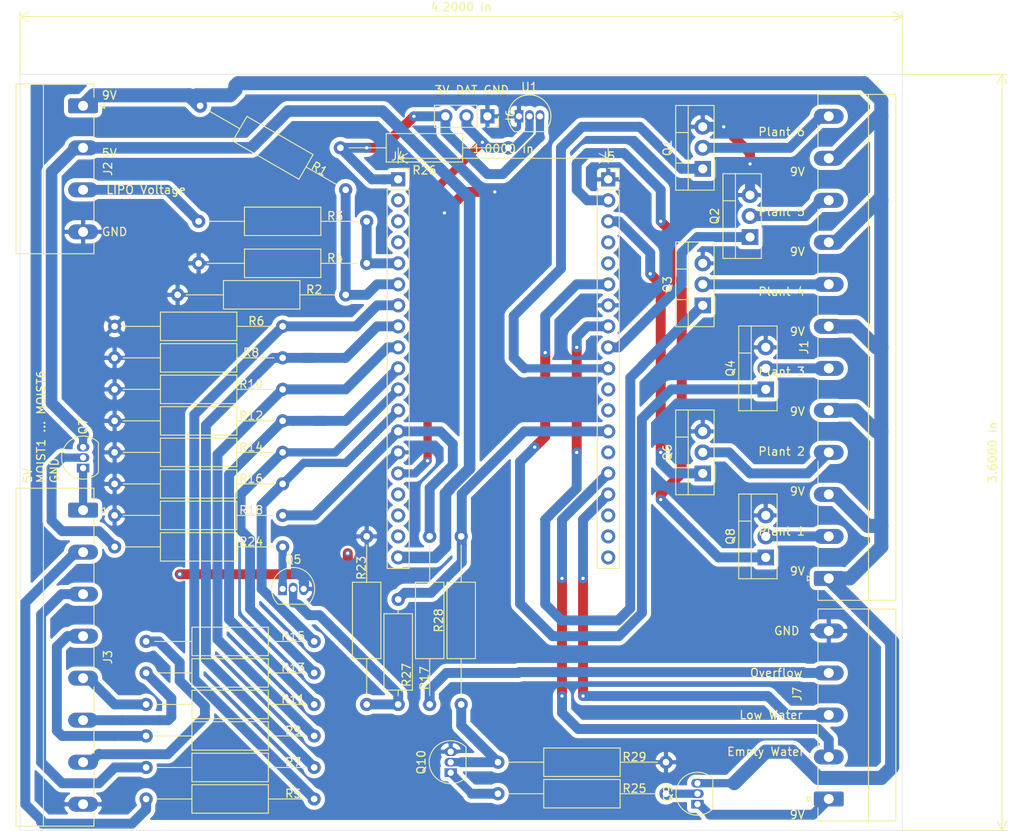
<source format=kicad_pcb>
(kicad_pcb (version 20171130) (host pcbnew 5.1.4+dfsg1-1)
  (layers (0 F.Cu signal) (31 B.Cu signal) (34 B.Paste user) (35 F.Paste user) (36 B.SilkS user) (37 F.SilkS user) (38 B.Mask user) (39 F.Mask user) (44 Edge.Cuts user))
  (net 0 "")
  (net 1 +9V)
  (net 2 PLANT1_PUMP)
  (net 3 PLANT2_PUMP)
  (net 4 PLANT3_PUMP)
  (net 5 PLANT4_PUMP)
  (net 6 PLANT5_PUMP)
  (net 7 PLANT6_PUMP)
  (net 8 +5V)
  (net 9 "Net-(J2-Pad3)")
  (net 10 GND)
  (net 11 OVERFLOW_WATER)
  (net 12 WATER_EMPTY)
  (net 13 WATER_LOW)
  (net 14 GPIO13)
  (net 15 PLANT6_MOIST)
  (net 16 PLANT5_MOIST)
  (net 17 PLANT4_MOIST)
  (net 18 PLANT3_MOIST)
  (net 19 PLANT2_MOIST)
  (net 20 PLANT1_MOIST)
  (net 21 5V_SENSORS)
  (net 22 "Net-(J4-Pad18)")
  (net 23 "Net-(J4-Pad17)")
  (net 24 "Net-(J4-Pad16)")
  (net 25 "Net-(J4-Pad13)")
  (net 26 "Net-(J4-Pad12)")
  (net 27 "Net-(J4-Pad11)")
  (net 28 "Net-(J4-Pad10)")
  (net 29 "Net-(J4-Pad9)")
  (net 30 "Net-(J4-Pad8)")
  (net 31 "Net-(J4-Pad7)")
  (net 32 "Net-(J4-Pad6)")
  (net 33 "Net-(J4-Pad5)")
  (net 34 "Net-(J4-Pad4)")
  (net 35 "Net-(J4-Pad3)")
  (net 36 "Net-(J4-Pad2)")
  (net 37 +3V3)
  (net 38 "Net-(J5-Pad2)")
  (net 39 "Net-(J5-Pad3)")
  (net 40 "Net-(J5-Pad4)")
  (net 41 "Net-(J5-Pad5)")
  (net 42 "Net-(J5-Pad6)")
  (net 43 "Net-(J5-Pad8)")
  (net 44 "Net-(J5-Pad9)")
  (net 45 "Net-(J5-Pad10)")
  (net 46 "Net-(J5-Pad11)")
  (net 47 "Net-(J5-Pad12)")
  (net 48 "Net-(J5-Pad13)")
  (net 49 "Net-(J5-Pad14)")
  (net 50 "Net-(J5-Pad17)")
  (net 51 "Net-(J5-Pad18)")
  (net 52 "Net-(J5-Pad19)")
  (net 53 "Net-(Q5-Pad1)")
  (net 54 9V_SENSORS)
  (net 55 "Net-(Q7-Pad2)")
  (net 56 "Net-(Q9-Pad2)")
  (net 57 "Net-(Q10-Pad1)")
  (net 58 "Net-(Q5-Pad2)")
  (net 59 "Net-(Q10-Pad2)")
  (module Resistor_THT:R_Axial_DIN0309_L9.0mm_D3.2mm_P20.32mm_Horizontal (layer F.Cu) (at 107.95 40.64 150)
    (fp_text reference R1 (at 4.019631 0.612205 150) (layer F.SilkS))
    (fp_text value 100k)
    (pad 2 thru_hole oval (at 20.32 0 150) (size 1.6 1.6) (drill 0.8) (layers *.Cu *.Mask) (net 1 +9V))
    (pad 1 thru_hole circle (at 0 0 150) (size 1.6 1.6) (drill 0.8) (layers *.Cu *.Mask) (net 32 "Net-(J4-Pad6)"))
  )
  (module Package_TO_SOT_THT:TO-220-3_Vertical (layer F.Cu) (at 151.13 38.1 90)
    (fp_text reference Q1 (at 2.54 -4.27 90) (layer F.SilkS))
    (fp_text value IRLZ34N)
    (pad 3 thru_hole oval (at 5.08 0 90) (size 1.905 2) (drill 1.1) (layers *.Cu *.Mask) (net 10 GND))
    (pad 2 thru_hole oval (at 2.54 0 90) (size 1.905 2) (drill 1.1) (layers *.Cu *.Mask) (net 7 PLANT6_PUMP))
    (pad 1 thru_hole rect (at 0 0 90) (size 1.905 2) (drill 1.1) (layers *.Cu *.Mask) (net 45 "Net-(J5-Pad10)"))
  )
  (module Package_TO_SOT_THT:TO-220-3_Vertical (layer F.Cu) (at 156.845 46.355 90)
    (fp_text reference Q2 (at 2.54 -4.27 90) (layer F.SilkS))
    (fp_text value IRLZ34N)
    (pad 1 thru_hole rect (at 0 0 90) (size 1.905 2) (drill 1.1) (layers *.Cu *.Mask) (net 44 "Net-(J5-Pad9)"))
    (pad 2 thru_hole oval (at 2.54 0 90) (size 1.905 2) (drill 1.1) (layers *.Cu *.Mask) (net 6 PLANT5_PUMP))
    (pad 3 thru_hole oval (at 5.08 0 90) (size 1.905 2) (drill 1.1) (layers *.Cu *.Mask) (net 10 GND))
  )
  (module Package_TO_SOT_THT:TO-220-3_Vertical (layer F.Cu) (at 151.13 54.61 90)
    (fp_text reference Q3 (at 2.54 -4.27 90) (layer F.SilkS))
    (fp_text value IRLZ34N)
    (pad 3 thru_hole oval (at 5.08 0 90) (size 1.905 2) (drill 1.1) (layers *.Cu *.Mask) (net 10 GND))
    (pad 2 thru_hole oval (at 2.54 0 90) (size 1.905 2) (drill 1.1) (layers *.Cu *.Mask) (net 5 PLANT4_PUMP))
    (pad 1 thru_hole rect (at 0 0 90) (size 1.905 2) (drill 1.1) (layers *.Cu *.Mask) (net 43 "Net-(J5-Pad8)"))
  )
  (module Package_TO_SOT_THT:TO-220-3_Vertical (layer F.Cu) (at 158.75 64.77 90)
    (fp_text reference Q4 (at 2.54 -4.27 90) (layer F.SilkS))
    (fp_text value IRLZ34N)
    (pad 1 thru_hole rect (at 0 0 90) (size 1.905 2) (drill 1.1) (layers *.Cu *.Mask) (net 42 "Net-(J5-Pad6)"))
    (pad 2 thru_hole oval (at 2.54 0 90) (size 1.905 2) (drill 1.1) (layers *.Cu *.Mask) (net 4 PLANT3_PUMP))
    (pad 3 thru_hole oval (at 5.08 0 90) (size 1.905 2) (drill 1.1) (layers *.Cu *.Mask) (net 10 GND))
  )
  (module Package_TO_SOT_THT:TO-92_Inline (layer F.Cu) (at 100.33 88.9)
    (fp_text reference Q5 (at 1.27 -3.56) (layer F.SilkS))
    (fp_text value BS170)
    (pad 2 thru_hole oval (at 1.27 0) (size 1.05 1.5) (drill 0.75) (layers *.Cu *.Mask) (net 58 "Net-(Q5-Pad2)"))
    (pad 3 thru_hole oval (at 2.54 0) (size 1.05 1.5) (drill 0.75) (layers *.Cu *.Mask) (net 10 GND))
    (pad 1 thru_hole rect (at 0 0) (size 1.05 1.5) (drill 0.75) (layers *.Cu *.Mask) (net 53 "Net-(Q5-Pad1)"))
  )
  (module Package_TO_SOT_THT:TO-220-3_Vertical (layer F.Cu) (at 151.13 74.93 90)
    (fp_text reference Q6 (at 2.54 -4.27 90) (layer F.SilkS))
    (fp_text value IRLZ34N)
    (pad 3 thru_hole oval (at 5.08 0 90) (size 1.905 2) (drill 1.1) (layers *.Cu *.Mask) (net 10 GND))
    (pad 2 thru_hole oval (at 2.54 0 90) (size 1.905 2) (drill 1.1) (layers *.Cu *.Mask) (net 3 PLANT2_PUMP))
    (pad 1 thru_hole rect (at 0 0 90) (size 1.905 2) (drill 1.1) (layers *.Cu *.Mask) (net 39 "Net-(J5-Pad3)"))
  )
  (module Package_TO_SOT_THT:TO-92_Inline (layer F.Cu) (at 76.2 74.295 90)
    (fp_text reference Q7 (at 5.08 0 90) (layer F.SilkS))
    (fp_text value BC558)
    (pad 2 thru_hole oval (at 1.27 0 90) (size 1.05 1.5) (drill 0.75) (layers *.Cu *.Mask) (net 55 "Net-(Q7-Pad2)"))
    (pad 3 thru_hole oval (at 2.54 0 90) (size 1.05 1.5) (drill 0.75) (layers *.Cu *.Mask) (net 8 +5V))
    (pad 1 thru_hole rect (at 0 0 90) (size 1.05 1.5) (drill 0.75) (layers *.Cu *.Mask) (net 21 5V_SENSORS))
  )
  (module Package_TO_SOT_THT:TO-220-3_Vertical (layer F.Cu) (at 158.75 85.09 90)
    (fp_text reference Q8 (at 2.54 -4.27 90) (layer F.SilkS))
    (fp_text value IRLZ34N)
    (pad 1 thru_hole rect (at 0 0 90) (size 1.905 2) (drill 1.1) (layers *.Cu *.Mask) (net 38 "Net-(J5-Pad2)"))
    (pad 2 thru_hole oval (at 2.54 0 90) (size 1.905 2) (drill 1.1) (layers *.Cu *.Mask) (net 2 PLANT1_PUMP))
    (pad 3 thru_hole oval (at 5.08 0 90) (size 1.905 2) (drill 1.1) (layers *.Cu *.Mask) (net 10 GND))
  )
  (module Resistor_THT:R_Axial_DIN0309_L9.0mm_D3.2mm_P20.32mm_Horizontal (layer F.Cu) (at 107.95 53.34 180)
    (fp_text reference R2 (at 3.81 0.635) (layer F.SilkS))
    (fp_text value 33k)
    (pad 1 thru_hole circle (at 0 0 180) (size 1.6 1.6) (drill 0.8) (layers *.Cu *.Mask) (net 32 "Net-(J4-Pad6)"))
    (pad 2 thru_hole oval (at 20.32 0 180) (size 1.6 1.6) (drill 0.8) (layers *.Cu *.Mask) (net 10 GND))
  )
  (module Resistor_THT:R_Axial_DIN0309_L9.0mm_D3.2mm_P20.32mm_Horizontal (layer F.Cu) (at 90.17 44.45)
    (fp_text reference R3 (at 16.51 -0.635) (layer F.SilkS))
    (fp_text value 33k)
    (pad 1 thru_hole circle (at 0 0) (size 1.6 1.6) (drill 0.8) (layers *.Cu *.Mask) (net 9 "Net-(J2-Pad3)"))
    (pad 2 thru_hole oval (at 20.32 0) (size 1.6 1.6) (drill 0.8) (layers *.Cu *.Mask) (net 33 "Net-(J4-Pad5)"))
  )
  (module Resistor_THT:R_Axial_DIN0309_L9.0mm_D3.2mm_P20.32mm_Horizontal (layer F.Cu) (at 110.49 49.53 180)
    (fp_text reference R4 (at 3.81 0.635) (layer F.SilkS))
    (fp_text value 47k8)
    (pad 2 thru_hole oval (at 20.32 0 180) (size 1.6 1.6) (drill 0.8) (layers *.Cu *.Mask) (net 10 GND))
    (pad 1 thru_hole circle (at 0 0 180) (size 1.6 1.6) (drill 0.8) (layers *.Cu *.Mask) (net 33 "Net-(J4-Pad5)"))
  )
  (module Resistor_THT:R_Axial_DIN0309_L9.0mm_D3.2mm_P20.32mm_Horizontal (layer F.Cu) (at 83.82 114.3)
    (fp_text reference R5 (at 17.78 -0.635) (layer F.SilkS))
    (fp_text value 33k)
    (pad 2 thru_hole oval (at 20.32 0) (size 1.6 1.6) (drill 0.8) (layers *.Cu *.Mask) (net 31 "Net-(J4-Pad7)"))
    (pad 1 thru_hole circle (at 0 0) (size 1.6 1.6) (drill 0.8) (layers *.Cu *.Mask) (net 20 PLANT1_MOIST))
  )
  (module Resistor_THT:R_Axial_DIN0309_L9.0mm_D3.2mm_P20.32mm_Horizontal (layer F.Cu) (at 80.01 57.15)
    (fp_text reference R6 (at 17.145 -0.635) (layer F.SilkS))
    (fp_text value 47k8)
    (pad 2 thru_hole oval (at 20.32 0) (size 1.6 1.6) (drill 0.8) (layers *.Cu *.Mask) (net 31 "Net-(J4-Pad7)"))
    (pad 1 thru_hole circle (at 0 0) (size 1.6 1.6) (drill 0.8) (layers *.Cu *.Mask) (net 10 GND))
  )
  (module Resistor_THT:R_Axial_DIN0309_L9.0mm_D3.2mm_P20.32mm_Horizontal (layer F.Cu) (at 83.82 110.49)
    (fp_text reference R7 (at 17.78 -0.635) (layer F.SilkS))
    (fp_text value 33k)
    (pad 1 thru_hole circle (at 0 0) (size 1.6 1.6) (drill 0.8) (layers *.Cu *.Mask) (net 19 PLANT2_MOIST))
    (pad 2 thru_hole oval (at 20.32 0) (size 1.6 1.6) (drill 0.8) (layers *.Cu *.Mask) (net 30 "Net-(J4-Pad8)"))
  )
  (module Resistor_THT:R_Axial_DIN0309_L9.0mm_D3.2mm_P20.32mm_Horizontal (layer F.Cu) (at 100.33 60.96 180)
    (fp_text reference R8 (at 3.81 0.635) (layer F.SilkS))
    (fp_text value 47k8)
    (pad 1 thru_hole circle (at 0 0 180) (size 1.6 1.6) (drill 0.8) (layers *.Cu *.Mask) (net 30 "Net-(J4-Pad8)"))
    (pad 2 thru_hole oval (at 20.32 0 180) (size 1.6 1.6) (drill 0.8) (layers *.Cu *.Mask) (net 10 GND))
  )
  (module Resistor_THT:R_Axial_DIN0309_L9.0mm_D3.2mm_P20.32mm_Horizontal (layer F.Cu) (at 83.82 106.68)
    (fp_text reference R9 (at 17.78 -0.635) (layer F.SilkS))
    (fp_text value 33k)
    (pad 1 thru_hole circle (at 0 0) (size 1.6 1.6) (drill 0.8) (layers *.Cu *.Mask) (net 18 PLANT3_MOIST))
    (pad 2 thru_hole oval (at 20.32 0) (size 1.6 1.6) (drill 0.8) (layers *.Cu *.Mask) (net 29 "Net-(J4-Pad9)"))
  )
  (module Resistor_THT:R_Axial_DIN0309_L9.0mm_D3.2mm_P20.32mm_Horizontal (layer F.Cu) (at 100.33 64.77 180)
    (fp_text reference R10 (at 3.81 0.635) (layer F.SilkS))
    (fp_text value 47k8)
    (pad 2 thru_hole oval (at 20.32 0 180) (size 1.6 1.6) (drill 0.8) (layers *.Cu *.Mask) (net 10 GND))
    (pad 1 thru_hole circle (at 0 0 180) (size 1.6 1.6) (drill 0.8) (layers *.Cu *.Mask) (net 29 "Net-(J4-Pad9)"))
  )
  (module Resistor_THT:R_Axial_DIN0309_L9.0mm_D3.2mm_P20.32mm_Horizontal (layer F.Cu) (at 83.82 102.87)
    (fp_text reference R11 (at 17.78 -0.635) (layer F.SilkS))
    (fp_text value 33k)
    (pad 2 thru_hole oval (at 20.32 0) (size 1.6 1.6) (drill 0.8) (layers *.Cu *.Mask) (net 28 "Net-(J4-Pad10)"))
    (pad 1 thru_hole circle (at 0 0) (size 1.6 1.6) (drill 0.8) (layers *.Cu *.Mask) (net 17 PLANT4_MOIST))
  )
  (module Resistor_THT:R_Axial_DIN0309_L9.0mm_D3.2mm_P20.32mm_Horizontal (layer F.Cu) (at 100.33 68.58 180)
    (fp_text reference R12 (at 3.81 0.635) (layer F.SilkS))
    (fp_text value 47k8)
    (pad 1 thru_hole circle (at 0 0 180) (size 1.6 1.6) (drill 0.8) (layers *.Cu *.Mask) (net 28 "Net-(J4-Pad10)"))
    (pad 2 thru_hole oval (at 20.32 0 180) (size 1.6 1.6) (drill 0.8) (layers *.Cu *.Mask) (net 10 GND))
  )
  (module Resistor_THT:R_Axial_DIN0309_L9.0mm_D3.2mm_P20.32mm_Horizontal (layer F.Cu) (at 83.82 99.06)
    (fp_text reference R13 (at 17.78 -0.635) (layer F.SilkS))
    (fp_text value 33k)
    (pad 2 thru_hole oval (at 20.32 0) (size 1.6 1.6) (drill 0.8) (layers *.Cu *.Mask) (net 27 "Net-(J4-Pad11)"))
    (pad 1 thru_hole circle (at 0 0) (size 1.6 1.6) (drill 0.8) (layers *.Cu *.Mask) (net 16 PLANT5_MOIST))
  )
  (module Resistor_THT:R_Axial_DIN0309_L9.0mm_D3.2mm_P20.32mm_Horizontal (layer F.Cu) (at 100.33 72.39 180)
    (fp_text reference R14 (at 3.81 0.635) (layer F.SilkS))
    (fp_text value 47k8)
    (pad 1 thru_hole circle (at 0 0 180) (size 1.6 1.6) (drill 0.8) (layers *.Cu *.Mask) (net 27 "Net-(J4-Pad11)"))
    (pad 2 thru_hole oval (at 20.32 0 180) (size 1.6 1.6) (drill 0.8) (layers *.Cu *.Mask) (net 10 GND))
  )
  (module Resistor_THT:R_Axial_DIN0309_L9.0mm_D3.2mm_P20.32mm_Horizontal (layer F.Cu) (at 83.82 95.25)
    (fp_text reference R15 (at 17.78 -0.635) (layer F.SilkS))
    (fp_text value 33k)
    (pad 1 thru_hole circle (at 0 0) (size 1.6 1.6) (drill 0.8) (layers *.Cu *.Mask) (net 15 PLANT6_MOIST))
    (pad 2 thru_hole oval (at 20.32 0) (size 1.6 1.6) (drill 0.8) (layers *.Cu *.Mask) (net 26 "Net-(J4-Pad12)"))
  )
  (module Resistor_THT:R_Axial_DIN0309_L9.0mm_D3.2mm_P20.32mm_Horizontal (layer F.Cu) (at 100.33 76.2 180)
    (fp_text reference R16 (at 3.81 0.635) (layer F.SilkS))
    (fp_text value 47k8)
    (pad 2 thru_hole oval (at 20.32 0 180) (size 1.6 1.6) (drill 0.8) (layers *.Cu *.Mask) (net 10 GND))
    (pad 1 thru_hole circle (at 0 0 180) (size 1.6 1.6) (drill 0.8) (layers *.Cu *.Mask) (net 26 "Net-(J4-Pad12)"))
  )
  (module Resistor_THT:R_Axial_DIN0309_L9.0mm_D3.2mm_P20.32mm_Horizontal (layer F.Cu) (at 118.11 102.87 90)
    (fp_text reference R17 (at 3.175 -0.635 90) (layer F.SilkS))
    (fp_text value 33k)
    (pad 1 thru_hole circle (at 0 0 90) (size 1.6 1.6) (drill 0.8) (layers *.Cu *.Mask) (net 11 OVERFLOW_WATER))
    (pad 2 thru_hole oval (at 20.32 0 90) (size 1.6 1.6) (drill 0.8) (layers *.Cu *.Mask) (net 25 "Net-(J4-Pad13)"))
  )
  (module Resistor_THT:R_Axial_DIN0309_L9.0mm_D3.2mm_P20.32mm_Horizontal (layer F.Cu) (at 100.33 80.01 180)
    (fp_text reference R18 (at 3.81 0.635) (layer F.SilkS))
    (fp_text value 47k8)
    (pad 2 thru_hole oval (at 20.32 0 180) (size 1.6 1.6) (drill 0.8) (layers *.Cu *.Mask) (net 10 GND))
    (pad 1 thru_hole circle (at 0 0 180) (size 1.6 1.6) (drill 0.8) (layers *.Cu *.Mask) (net 25 "Net-(J4-Pad13)"))
  )
  (module Resistor_THT:R_Axial_DIN0309_L9.0mm_D3.2mm_P20.32mm_Horizontal (layer F.Cu) (at 110.49 102.87 90)
    (fp_text reference R23 (at 16.51 -0.635 90) (layer F.SilkS))
    (fp_text value 10k)
    (pad 1 thru_hole circle (at 0 0 90) (size 1.6 1.6) (drill 0.8) (layers *.Cu *.Mask) (net 58 "Net-(Q5-Pad2)"))
    (pad 2 thru_hole oval (at 20.32 0 90) (size 1.6 1.6) (drill 0.8) (layers *.Cu *.Mask) (net 10 GND))
  )
  (module Package_TO_SOT_THT:TO-92_Inline (layer F.Cu) (at 128.905 31.75)
    (fp_text reference U1 (at 1.27 -3.56) (layer F.SilkS))
    (fp_text value DS18B20)
    (pad 1 thru_hole rect (at 0 0) (size 1.05 1.5) (drill 0.75) (layers *.Cu *.Mask) (net 10 GND))
    (pad 3 thru_hole oval (at 2.54 0) (size 1.05 1.5) (drill 0.75) (layers *.Cu *.Mask) (net 37 +3V3))
    (pad 2 thru_hole oval (at 1.27 0) (size 1.05 1.5) (drill 0.75) (layers *.Cu *.Mask) (net 14 GPIO13))
  )
  (module Connector_Phoenix_MC_HighVoltage:PhoenixContact_MC_1,5_12-G-5.08_1x12_P5.08mm_Horizontal (layer F.Cu) (at 166.37 87.63 90)
    (fp_text reference J1 (at 27.94 -3 90) (layer F.SilkS))
    (fp_text value Conn_01x12)
    (pad 1 thru_hole roundrect (at 0 0 90) (size 1.8 3.6) (drill 1.2) (layers *.Cu *.Mask) (roundrect_rratio 0.138889) (net 1 +9V))
    (pad 2 thru_hole oval (at 5.08 0 90) (size 1.8 3.6) (drill 1.2) (layers *.Cu *.Mask) (net 2 PLANT1_PUMP))
    (pad 3 thru_hole oval (at 10.16 0 90) (size 1.8 3.6) (drill 1.2) (layers *.Cu *.Mask) (net 1 +9V))
    (pad 4 thru_hole oval (at 15.24 0 90) (size 1.8 3.6) (drill 1.2) (layers *.Cu *.Mask) (net 3 PLANT2_PUMP))
    (pad 5 thru_hole oval (at 20.32 0 90) (size 1.8 3.6) (drill 1.2) (layers *.Cu *.Mask) (net 1 +9V))
    (pad 6 thru_hole oval (at 25.4 0 90) (size 1.8 3.6) (drill 1.2) (layers *.Cu *.Mask) (net 4 PLANT3_PUMP))
    (pad 7 thru_hole oval (at 30.48 0 90) (size 1.8 3.6) (drill 1.2) (layers *.Cu *.Mask) (net 1 +9V))
    (pad 8 thru_hole oval (at 35.56 0 90) (size 1.8 3.6) (drill 1.2) (layers *.Cu *.Mask) (net 5 PLANT4_PUMP))
    (pad 9 thru_hole oval (at 40.64 0 90) (size 1.8 3.6) (drill 1.2) (layers *.Cu *.Mask) (net 1 +9V))
    (pad 10 thru_hole oval (at 45.72 0 90) (size 1.8 3.6) (drill 1.2) (layers *.Cu *.Mask) (net 6 PLANT5_PUMP))
    (pad 11 thru_hole oval (at 50.8 0 90) (size 1.8 3.6) (drill 1.2) (layers *.Cu *.Mask) (net 1 +9V))
    (pad 12 thru_hole oval (at 55.88 0 90) (size 1.8 3.6) (drill 1.2) (layers *.Cu *.Mask) (net 7 PLANT6_PUMP))
  )
  (module Connector_Phoenix_MC_HighVoltage:PhoenixContact_MC_1,5_4-G-5.08_1x04_P5.08mm_Horizontal (layer F.Cu) (at 76.2 30.48 270)
    (fp_text reference J2 (at 7.62 -3 90) (layer F.SilkS))
    (fp_text value Conn_01x04)
    (pad 1 thru_hole roundrect (at 0 0 270) (size 1.8 3.6) (drill 1.2) (layers *.Cu *.Mask) (roundrect_rratio 0.138889) (net 1 +9V))
    (pad 2 thru_hole oval (at 5.08 0 270) (size 1.8 3.6) (drill 1.2) (layers *.Cu *.Mask) (net 8 +5V))
    (pad 3 thru_hole oval (at 10.16 0 270) (size 1.8 3.6) (drill 1.2) (layers *.Cu *.Mask) (net 9 "Net-(J2-Pad3)"))
    (pad 4 thru_hole oval (at 15.24 0 270) (size 1.8 3.6) (drill 1.2) (layers *.Cu *.Mask) (net 10 GND))
  )
  (module Connector_PinSocket_2.54mm:PinSocket_1x19_P2.54mm_Vertical (layer F.Cu) (at 114.3 39.37)
    (fp_text reference J4 (at 0 -2.77) (layer F.SilkS))
    (fp_text value Conn_01x19_Female)
    (pad 19 thru_hole oval (at 0 45.72) (size 1.7 1.7) (drill 1) (layers *.Cu *.Mask) (net 8 +5V))
    (pad 18 thru_hole oval (at 0 43.18) (size 1.7 1.7) (drill 1) (layers *.Cu *.Mask) (net 22 "Net-(J4-Pad18)"))
    (pad 17 thru_hole oval (at 0 40.64) (size 1.7 1.7) (drill 1) (layers *.Cu *.Mask) (net 23 "Net-(J4-Pad17)"))
    (pad 16 thru_hole oval (at 0 38.1) (size 1.7 1.7) (drill 1) (layers *.Cu *.Mask) (net 24 "Net-(J4-Pad16)"))
    (pad 15 thru_hole oval (at 0 35.56) (size 1.7 1.7) (drill 1) (layers *.Cu *.Mask) (net 14 GPIO13))
    (pad 14 thru_hole oval (at 0 33.02) (size 1.7 1.7) (drill 1) (layers *.Cu *.Mask) (net 10 GND))
    (pad 13 thru_hole oval (at 0 30.48) (size 1.7 1.7) (drill 1) (layers *.Cu *.Mask) (net 25 "Net-(J4-Pad13)"))
    (pad 12 thru_hole oval (at 0 27.94) (size 1.7 1.7) (drill 1) (layers *.Cu *.Mask) (net 26 "Net-(J4-Pad12)"))
    (pad 11 thru_hole oval (at 0 25.4) (size 1.7 1.7) (drill 1) (layers *.Cu *.Mask) (net 27 "Net-(J4-Pad11)"))
    (pad 10 thru_hole oval (at 0 22.86) (size 1.7 1.7) (drill 1) (layers *.Cu *.Mask) (net 28 "Net-(J4-Pad10)"))
    (pad 9 thru_hole oval (at 0 20.32) (size 1.7 1.7) (drill 1) (layers *.Cu *.Mask) (net 29 "Net-(J4-Pad9)"))
    (pad 8 thru_hole oval (at 0 17.78) (size 1.7 1.7) (drill 1) (layers *.Cu *.Mask) (net 30 "Net-(J4-Pad8)"))
    (pad 7 thru_hole oval (at 0 15.24) (size 1.7 1.7) (drill 1) (layers *.Cu *.Mask) (net 31 "Net-(J4-Pad7)"))
    (pad 6 thru_hole oval (at 0 12.7) (size 1.7 1.7) (drill 1) (layers *.Cu *.Mask) (net 32 "Net-(J4-Pad6)"))
    (pad 5 thru_hole oval (at 0 10.16) (size 1.7 1.7) (drill 1) (layers *.Cu *.Mask) (net 33 "Net-(J4-Pad5)"))
    (pad 4 thru_hole oval (at 0 7.62) (size 1.7 1.7) (drill 1) (layers *.Cu *.Mask) (net 34 "Net-(J4-Pad4)"))
    (pad 3 thru_hole oval (at 0 5.08) (size 1.7 1.7) (drill 1) (layers *.Cu *.Mask) (net 35 "Net-(J4-Pad3)"))
    (pad 2 thru_hole oval (at 0 2.54) (size 1.7 1.7) (drill 1) (layers *.Cu *.Mask) (net 36 "Net-(J4-Pad2)"))
    (pad 1 thru_hole rect (at 0 0) (size 1.7 1.7) (drill 1) (layers *.Cu *.Mask) (net 37 +3V3))
  )
  (module Connector_PinSocket_2.54mm:PinSocket_1x19_P2.54mm_Vertical (layer F.Cu) (at 139.7 39.37)
    (fp_text reference J5 (at 0 -2.77) (layer F.SilkS))
    (fp_text value Conn_01x19_Female)
    (pad 1 thru_hole rect (at 0 0) (size 1.7 1.7) (drill 1) (layers *.Cu *.Mask) (net 10 GND))
    (pad 2 thru_hole oval (at 0 2.54) (size 1.7 1.7) (drill 1) (layers *.Cu *.Mask) (net 38 "Net-(J5-Pad2)"))
    (pad 3 thru_hole oval (at 0 5.08) (size 1.7 1.7) (drill 1) (layers *.Cu *.Mask) (net 39 "Net-(J5-Pad3)"))
    (pad 4 thru_hole oval (at 0 7.62) (size 1.7 1.7) (drill 1) (layers *.Cu *.Mask) (net 40 "Net-(J5-Pad4)"))
    (pad 5 thru_hole oval (at 0 10.16) (size 1.7 1.7) (drill 1) (layers *.Cu *.Mask) (net 41 "Net-(J5-Pad5)"))
    (pad 6 thru_hole oval (at 0 12.7) (size 1.7 1.7) (drill 1) (layers *.Cu *.Mask) (net 42 "Net-(J5-Pad6)"))
    (pad 7 thru_hole oval (at 0 15.24) (size 1.7 1.7) (drill 1) (layers *.Cu *.Mask) (net 10 GND))
    (pad 8 thru_hole oval (at 0 17.78) (size 1.7 1.7) (drill 1) (layers *.Cu *.Mask) (net 43 "Net-(J5-Pad8)"))
    (pad 9 thru_hole oval (at 0 20.32) (size 1.7 1.7) (drill 1) (layers *.Cu *.Mask) (net 44 "Net-(J5-Pad9)"))
    (pad 10 thru_hole oval (at 0 22.86) (size 1.7 1.7) (drill 1) (layers *.Cu *.Mask) (net 45 "Net-(J5-Pad10)"))
    (pad 11 thru_hole oval (at 0 25.4) (size 1.7 1.7) (drill 1) (layers *.Cu *.Mask) (net 46 "Net-(J5-Pad11)"))
    (pad 12 thru_hole oval (at 0 27.94) (size 1.7 1.7) (drill 1) (layers *.Cu *.Mask) (net 47 "Net-(J5-Pad12)"))
    (pad 13 thru_hole oval (at 0 30.48) (size 1.7 1.7) (drill 1) (layers *.Cu *.Mask) (net 48 "Net-(J5-Pad13)"))
    (pad 14 thru_hole oval (at 0 33.02) (size 1.7 1.7) (drill 1) (layers *.Cu *.Mask) (net 49 "Net-(J5-Pad14)"))
    (pad 15 thru_hole oval (at 0 35.56) (size 1.7 1.7) (drill 1) (layers *.Cu *.Mask) (net 13 WATER_LOW))
    (pad 16 thru_hole oval (at 0 38.1) (size 1.7 1.7) (drill 1) (layers *.Cu *.Mask) (net 12 WATER_EMPTY))
    (pad 17 thru_hole oval (at 0 40.64) (size 1.7 1.7) (drill 1) (layers *.Cu *.Mask) (net 50 "Net-(J5-Pad17)"))
    (pad 18 thru_hole oval (at 0 43.18) (size 1.7 1.7) (drill 1) (layers *.Cu *.Mask) (net 51 "Net-(J5-Pad18)"))
    (pad 19 thru_hole oval (at 0 45.72) (size 1.7 1.7) (drill 1) (layers *.Cu *.Mask) (net 52 "Net-(J5-Pad19)"))
  )
  (module Connector_PinSocket_2.54mm:PinSocket_1x03_P2.54mm_Vertical (layer F.Cu) (at 125.095 31.75 270)
    (fp_text reference J6 (at 0 -2.77 90) (layer F.SilkS))
    (fp_text value Conn_01x03)
    (pad 1 thru_hole rect (at 0 0 270) (size 1.7 1.7) (drill 1) (layers *.Cu *.Mask) (net 10 GND))
    (pad 2 thru_hole oval (at 0 2.54 270) (size 1.7 1.7) (drill 1) (layers *.Cu *.Mask) (net 14 GPIO13))
    (pad 3 thru_hole oval (at 0 5.08 270) (size 1.7 1.7) (drill 1) (layers *.Cu *.Mask) (net 37 +3V3))
  )
  (module Connector_Phoenix_MC_HighVoltage:PhoenixContact_MC_1,5_8-G-5.08_1x08_P5.08mm_Horizontal (layer F.Cu) (at 76.2 79.375 270)
    (fp_text reference J3 (at 17.78 -3 90) (layer F.SilkS))
    (fp_text value Conn_01x08)
    (pad 1 thru_hole roundrect (at 0 0 270) (size 1.8 3.6) (drill 1.2) (layers *.Cu *.Mask) (roundrect_rratio 0.138889) (net 21 5V_SENSORS))
    (pad 2 thru_hole oval (at 5.08 0 270) (size 1.8 3.6) (drill 1.2) (layers *.Cu *.Mask) (net 20 PLANT1_MOIST))
    (pad 3 thru_hole oval (at 10.16 0 270) (size 1.8 3.6) (drill 1.2) (layers *.Cu *.Mask) (net 19 PLANT2_MOIST))
    (pad 4 thru_hole oval (at 15.24 0 270) (size 1.8 3.6) (drill 1.2) (layers *.Cu *.Mask) (net 18 PLANT3_MOIST))
    (pad 5 thru_hole oval (at 20.32 0 270) (size 1.8 3.6) (drill 1.2) (layers *.Cu *.Mask) (net 17 PLANT4_MOIST))
    (pad 6 thru_hole oval (at 25.4 0 270) (size 1.8 3.6) (drill 1.2) (layers *.Cu *.Mask) (net 16 PLANT5_MOIST))
    (pad 7 thru_hole oval (at 30.48 0 270) (size 1.8 3.6) (drill 1.2) (layers *.Cu *.Mask) (net 15 PLANT6_MOIST))
    (pad 8 thru_hole oval (at 35.56 0 270) (size 1.8 3.6) (drill 1.2) (layers *.Cu *.Mask) (net 10 GND))
  )
  (module Connector_Phoenix_MC_HighVoltage:PhoenixContact_MC_1,5_5-G-5.08_1x05_P5.08mm_Horizontal (layer F.Cu) (at 166.37 114.3 90)
    (fp_text reference J7 (at 12.7 -3.81 90) (layer F.SilkS))
    (fp_text value Conn_01x05)
    (pad 1 thru_hole roundrect (at 0 0 90) (size 1.8 3.6) (drill 1.2) (layers *.Cu *.Mask) (roundrect_rratio 0.138889) (net 54 9V_SENSORS))
    (pad 2 thru_hole oval (at 5.08 0 90) (size 1.8 3.6) (drill 1.2) (layers *.Cu *.Mask) (net 13 WATER_LOW))
    (pad 3 thru_hole oval (at 10.16 0 90) (size 1.8 3.6) (drill 1.2) (layers *.Cu *.Mask) (net 12 WATER_EMPTY))
    (pad 4 thru_hole oval (at 15.24 0 90) (size 1.8 3.6) (drill 1.2) (layers *.Cu *.Mask) (net 11 OVERFLOW_WATER))
    (pad 5 thru_hole oval (at 20.32 0 90) (size 1.8 3.6) (drill 1.2) (layers *.Cu *.Mask) (net 10 GND))
  )
  (module Package_TO_SOT_THT:TO-92_Inline (layer F.Cu) (at 150.495 114.935 90)
    (fp_text reference Q9 (at 1.27 -3.56 90) (layer F.SilkS))
    (fp_text value BC558)
    (pad 2 thru_hole oval (at 1.27 0 90) (size 1.05 1.5) (drill 0.75) (layers *.Cu *.Mask) (net 56 "Net-(Q9-Pad2)"))
    (pad 3 thru_hole oval (at 2.54 0 90) (size 1.05 1.5) (drill 0.75) (layers *.Cu *.Mask) (net 1 +9V))
    (pad 1 thru_hole rect (at 0 0 90) (size 1.05 1.5) (drill 0.75) (layers *.Cu *.Mask) (net 54 9V_SENSORS))
  )
  (module Package_TO_SOT_THT:TO-92_Inline (layer F.Cu) (at 120.65 111.125 90)
    (fp_text reference Q10 (at 1.27 -3.56 90) (layer F.SilkS))
    (fp_text value BS170)
    (pad 2 thru_hole oval (at 1.27 0 90) (size 1.05 1.5) (drill 0.75) (layers *.Cu *.Mask) (net 59 "Net-(Q10-Pad2)"))
    (pad 3 thru_hole oval (at 2.54 0 90) (size 1.05 1.5) (drill 0.75) (layers *.Cu *.Mask) (net 10 GND))
    (pad 1 thru_hole rect (at 0 0 90) (size 1.05 1.5) (drill 0.75) (layers *.Cu *.Mask) (net 57 "Net-(Q10-Pad1)"))
  )
  (module Resistor_THT:R_Axial_DIN0309_L9.0mm_D3.2mm_P20.32mm_Horizontal (layer F.Cu) (at 80.01 83.82)
    (fp_text reference R24 (at 16.51 -0.635) (layer F.SilkS))
    (fp_text value 100)
    (pad 1 thru_hole circle (at 0 0) (size 1.6 1.6) (drill 0.8) (layers *.Cu *.Mask) (net 55 "Net-(Q7-Pad2)"))
    (pad 2 thru_hole oval (at 20.32 0) (size 1.6 1.6) (drill 0.8) (layers *.Cu *.Mask) (net 53 "Net-(Q5-Pad1)"))
  )
  (module Resistor_THT:R_Axial_DIN0309_L9.0mm_D3.2mm_P20.32mm_Horizontal (layer F.Cu) (at 146.685 113.665 180)
    (fp_text reference R25 (at 3.81 0.635) (layer F.SilkS))
    (fp_text value 100)
    (pad 2 thru_hole oval (at 20.32 0 180) (size 1.6 1.6) (drill 0.8) (layers *.Cu *.Mask) (net 57 "Net-(Q10-Pad1)"))
    (pad 1 thru_hole circle (at 0 0 180) (size 1.6 1.6) (drill 0.8) (layers *.Cu *.Mask) (net 56 "Net-(Q9-Pad2)"))
  )
  (module Resistor_THT:R_Axial_DIN0309_L9.0mm_D3.2mm_P20.32mm_Horizontal (layer F.Cu) (at 127.635 35.56 180)
    (fp_text reference R26 (at 10.16 -2.72) (layer F.SilkS))
    (fp_text value 4k7)
    (pad 1 thru_hole circle (at 0 0 180) (size 1.6 1.6) (drill 0.8) (layers *.Cu *.Mask) (net 14 GPIO13))
    (pad 2 thru_hole oval (at 20.32 0 180) (size 1.6 1.6) (drill 0.8) (layers *.Cu *.Mask) (net 37 +3V3))
  )
  (module Resistor_THT:R_Axial_DIN0309_L9.0mm_D3.2mm_P20.32mm_Horizontal (layer F.Cu) (at 121.92 102.87 90)
    (fp_text reference R28 (at 10.16 -2.72 90) (layer F.SilkS))
    (fp_text value 100)
    (pad 1 thru_hole circle (at 0 0 90) (size 1.6 1.6) (drill 0.8) (layers *.Cu *.Mask) (net 59 "Net-(Q10-Pad2)"))
    (pad 2 thru_hole oval (at 20.32 0 90) (size 1.6 1.6) (drill 0.8) (layers *.Cu *.Mask) (net 48 "Net-(J5-Pad13)"))
  )
  (module Resistor_THT:R_Axial_DIN0309_L9.0mm_D3.2mm_P20.32mm_Horizontal (layer F.Cu) (at 126.365 109.855)
    (fp_text reference R29 (at 16.51 -0.635) (layer F.SilkS))
    (fp_text value 10k)
    (pad 1 thru_hole circle (at 0 0) (size 1.6 1.6) (drill 0.8) (layers *.Cu *.Mask) (net 59 "Net-(Q10-Pad2)"))
    (pad 2 thru_hole oval (at 20.32 0) (size 1.6 1.6) (drill 0.8) (layers *.Cu *.Mask) (net 10 GND))
  )
  (module Resistor_THT:R_Axial_DIN0309_L9.0mm_D3.2mm_P12.70mm_Horizontal (layer F.Cu) (at 114.3 102.87 90)
    (fp_text reference R27 (at 3.556 1.016 90) (layer F.SilkS))
    (fp_text value 100)
    (pad 1 thru_hole circle (at 0 0 90) (size 1.6 1.6) (drill 0.8) (layers *.Cu *.Mask) (net 58 "Net-(Q5-Pad2)"))
    (pad 2 thru_hole oval (at 12.7 0 90) (size 1.6 1.6) (drill 0.8) (layers *.Cu *.Mask) (net 48 "Net-(J5-Pad13)"))
  )
  (gr_text "Plant 6\n\n\n9V\n\n\nPlant 5\n\n\n9V\n\n\nPlant 4\n\n\n9V\n\n\nPlant 3\n\n\n9V\n\n\nPlant 2\n\n\n9V\n\n\nPlant 1\n\n\n9V" (at 163.576 60.198) (layer F.SilkS) (effects (font (size 1 1)) (justify right)))
  (gr_text 9V (at 162.56 116.205) (layer F.SilkS) (effects (font (size 1 1))))
  (gr_text "Empty Water" (at 158.75 108.585) (layer F.SilkS) (effects (font (size 1 1))))
  (gr_text "Low Water" (at 159.385 104.14) (layer F.SilkS) (effects (font (size 1 1))))
  (gr_text Overflow (at 160.02 99.06) (layer F.SilkS) (effects (font (size 1 1))))
  (gr_text GND (at 161.29 93.98) (layer F.SilkS) (effects (font (size 1 1))))
  (gr_text "5V\nMOIST1 ... MOIST6\nGND" (at 71.12 76.2 90) (layer F.SilkS) (effects (font (size 1 1)) (justify left)))
  (gr_text GND (at 80.01 45.72) (layer F.SilkS) (effects (font (size 1 1))))
  (gr_text "LIPO Voltage" (at 83.82 40.64) (layer F.SilkS) (effects (font (size 1 1))))
  (gr_text 5V (at 79.375 36.195) (layer F.SilkS) (effects (font (size 1 1))))
  (gr_text 9V (at 79.375 29.21) (layer F.SilkS) (effects (font (size 1 1))))
  (gr_text "3V DAT GND" (at 123.19 28.575) (layer F.SilkS) (effects (font (size 1 1))))
  (dimension 91.44 (width 0.12) (layer F.SilkS) (gr_text "91,440 mm" (at 188.595 72.39 270) (layer F.SilkS) (effects (font (size 1 1) (thickness 0.15)))) (feature1 (pts (xy 175.26 118.11) (xy 187.911421 118.11))) (feature2 (pts (xy 175.26 26.67) (xy 187.911421 26.67))) (crossbar (pts (xy 187.325 26.67) (xy 187.325 118.11))) (arrow1a (pts (xy 187.325 118.11) (xy 186.738579 116.983496))) (arrow1b (pts (xy 187.325 118.11) (xy 187.911421 116.983496))) (arrow2a (pts (xy 187.325 26.67) (xy 186.738579 27.796504))) (arrow2b (pts (xy 187.325 26.67) (xy 187.911421 27.796504))))
  (dimension 106.68 (width 0.12) (layer F.SilkS) (gr_text "106,680 mm" (at 121.92 18.415) (layer F.SilkS) (effects (font (size 1 1) (thickness 0.15)))) (feature1 (pts (xy 175.26 26.67) (xy 175.26 19.098579))) (feature2 (pts (xy 68.58 26.67) (xy 68.58 19.098579))) (crossbar (pts (xy 68.58 19.685) (xy 175.26 19.685))) (arrow1a (pts (xy 175.26 19.685) (xy 174.133496 20.271421))) (arrow1b (pts (xy 175.26 19.685) (xy 174.133496 19.098579))) (arrow2a (pts (xy 68.58 19.685) (xy 69.706504 20.271421))) (arrow2b (pts (xy 68.58 19.685) (xy 69.706504 19.098579))))
  (gr_line (start 68.58 118.11) (end 68.58 26.67) (layer Edge.Cuts) (width 0.05))
  (gr_line (start 175.26 118.11) (end 68.58 118.11) (layer Edge.Cuts) (width 0.05))
  (gr_line (start 175.26 26.67) (end 175.26 118.11) (layer Edge.Cuts) (width 0.05))
  (gr_line (start 68.58 26.67) (end 175.26 26.67) (layer Edge.Cuts) (width 0.05))
  (dimension 25.4 (width 0.12) (layer F.SilkS) (gr_text "25,400 mm" (at 127 38.1) (layer F.SilkS) (effects (font (size 1 1) (thickness 0.15)))) (feature1 (pts (xy 139.7 35.56) (xy 139.7 37.416421))) (feature2 (pts (xy 114.3 35.56) (xy 114.3 37.416421))) (crossbar (pts (xy 114.3 36.83) (xy 139.7 36.83))) (arrow1a (pts (xy 139.7 36.83) (xy 138.573496 37.416421))) (arrow1b (pts (xy 139.7 36.83) (xy 138.573496 36.243579))) (arrow2a (pts (xy 114.3 36.83) (xy 115.426504 37.416421))) (arrow2b (pts (xy 114.3 36.83) (xy 115.426504 36.243579))))
  (via (at 108.204 84.582) (size 0.8) (drill 0.4) (layers F.Cu B.Cu) (net 0))
  (via (at 87.884 87.122) (size 0.8) (drill 0.4) (layers F.Cu B.Cu) (net 0))
  (segment (start 108.204 85.147685) (end 108.204 84.582) (width 1.2) (layer F.Cu) (net 0))
  (segment (start 108.204 85.598) (end 108.204 85.147685) (width 1.2) (layer F.Cu) (net 0))
  (segment (start 106.68 87.122) (end 108.204 85.598) (width 1.2) (layer F.Cu) (net 0))
  (segment (start 87.884 87.122) (end 106.68 87.122) (width 1.2) (layer F.Cu) (net 0))
  (segment (start 166.37 57.15) (end 167.27 57.15) (width 1.7) (layer B.Cu) (net 1))
  (segment (start 166.37 67.31) (end 167.27 67.31) (width 1.7) (layer B.Cu) (net 1))
  (segment (start 168.91 87.63) (end 166.37 87.63) (width 1.7) (layer B.Cu) (net 1))
  (segment (start 172.72 83.82) (end 168.91 87.63) (width 1.7) (layer B.Cu) (net 1))
  (segment (start 171.08 81.28) (end 172.72 81.28) (width 1.7) (layer B.Cu) (net 1))
  (segment (start 166.37 77.47) (end 167.27 77.47) (width 1.7) (layer B.Cu) (net 1))
  (segment (start 167.27 77.47) (end 171.08 81.28) (width 1.7) (layer B.Cu) (net 1))
  (segment (start 172.72 81.28) (end 172.72 83.82) (width 1.7) (layer B.Cu) (net 1))
  (segment (start 172.11 69.85) (end 172.72 69.85) (width 1.7) (layer B.Cu) (net 1))
  (segment (start 169.57 67.31) (end 172.11 69.85) (width 1.7) (layer B.Cu) (net 1))
  (segment (start 166.37 67.31) (end 169.57 67.31) (width 1.7) (layer B.Cu) (net 1))
  (segment (start 172.72 69.85) (end 172.72 81.28) (width 1.7) (layer B.Cu) (net 1))
  (segment (start 172.11 59.69) (end 172.72 59.69) (width 1.7) (layer B.Cu) (net 1))
  (segment (start 166.37 57.15) (end 169.57 57.15) (width 1.7) (layer B.Cu) (net 1))
  (segment (start 169.57 57.15) (end 172.11 59.69) (width 1.7) (layer B.Cu) (net 1))
  (segment (start 172.72 59.69) (end 172.72 69.85) (width 1.7) (layer B.Cu) (net 1))
  (segment (start 172.35 41.91) (end 172.72 41.91) (width 1.7) (layer B.Cu) (net 1))
  (segment (start 167.27 46.99) (end 172.35 41.91) (width 1.7) (layer B.Cu) (net 1))
  (segment (start 166.37 46.99) (end 167.27 46.99) (width 1.7) (layer B.Cu) (net 1))
  (segment (start 172.72 31.75) (end 172.72 41.91) (width 1.7) (layer B.Cu) (net 1))
  (segment (start 172.72 41.91) (end 172.72 59.69) (width 1.7) (layer B.Cu) (net 1))
  (segment (start 172.35 31.75) (end 172.72 31.75) (width 1.7) (layer B.Cu) (net 1))
  (segment (start 167.27 36.83) (end 172.35 31.75) (width 1.7) (layer B.Cu) (net 1))
  (segment (start 166.37 36.83) (end 167.27 36.83) (width 1.7) (layer B.Cu) (net 1))
  (segment (start 77.47 29.21) (end 76.2 30.48) (width 1.7) (layer B.Cu) (net 1))
  (segment (start 89.082364 29.21) (end 88.9 29.21) (width 1.7) (layer B.Cu) (net 1))
  (segment (start 88.9 29.21) (end 77.47 29.21) (width 1.7) (layer B.Cu) (net 1))
  (segment (start 150.495 112.395) (end 154.94 112.395) (width 1) (layer B.Cu) (net 1))
  (segment (start 174.03499 95.29499) (end 166.37 87.63) (width 1.7) (layer B.Cu) (net 1))
  (segment (start 158.75 108.585) (end 161.925 108.585) (width 1.7) (layer B.Cu) (net 1))
  (segment (start 165.1 111.76) (end 172.72 111.76) (width 1.7) (layer B.Cu) (net 1))
  (segment (start 172.72 111.76) (end 174.03499 110.44501) (width 1.7) (layer B.Cu) (net 1))
  (segment (start 154.94 112.395) (end 158.75 108.585) (width 1.7) (layer B.Cu) (net 1))
  (segment (start 174.03499 110.44501) (end 174.03499 95.29499) (width 1.7) (layer B.Cu) (net 1))
  (segment (start 161.925 108.585) (end 165.1 111.76) (width 1.7) (layer B.Cu) (net 1))
  (segment (start 89.499182 29.626818) (end 89.082364 29.21) (width 1.7) (layer B.Cu) (net 1))
  (segment (start 90.352364 30.48) (end 89.499182 29.626818) (width 1.7) (layer B.Cu) (net 1))
  (segment (start 172.72 29.845) (end 172.72 31.75) (width 1.7) (layer B.Cu) (net 1))
  (segment (start 170.62001 27.74501) (end 172.72 29.845) (width 1.7) (layer B.Cu) (net 1))
  (segment (start 94.93699 27.74501) (end 170.62001 27.74501) (width 1.7) (layer B.Cu) (net 1))
  (segment (start 89.916 29.21) (end 93.98 29.21) (width 1.7) (layer B.Cu) (net 1))
  (segment (start 93.98 29.21) (end 94.615 28.575) (width 1.7) (layer B.Cu) (net 1))
  (segment (start 94.615 28.067) (end 94.93699 27.74501) (width 1.7) (layer B.Cu) (net 1))
  (segment (start 89.499182 29.626818) (end 89.916 29.21) (width 1.7) (layer B.Cu) (net 1))
  (segment (start 94.615 28.575) (end 94.615 28.067) (width 1.7) (layer B.Cu) (net 1))
  (segment (start 166.37 82.55) (end 158.75 82.55) (width 1.2) (layer B.Cu) (net 2))
  (segment (start 156.845 74.93) (end 154.305 72.39) (width 1.2) (layer B.Cu) (net 3))
  (segment (start 154.305 72.39) (end 151.13 72.39) (width 1.2) (layer B.Cu) (net 3))
  (segment (start 166.37 72.39) (end 163.83 74.93) (width 1.2) (layer B.Cu) (net 3))
  (segment (start 163.83 74.93) (end 156.845 74.93) (width 1.2) (layer B.Cu) (net 3))
  (segment (start 166.37 62.23) (end 158.75 62.23) (width 1.2) (layer B.Cu) (net 4))
  (segment (start 166.37 52.07) (end 151.13 52.07) (width 1.2) (layer B.Cu) (net 5))
  (segment (start 165.47 41.91) (end 163.565 43.815) (width 1.2) (layer B.Cu) (net 6))
  (segment (start 166.37 41.91) (end 165.47 41.91) (width 1.2) (layer B.Cu) (net 6))
  (segment (start 163.565 43.815) (end 156.845 43.815) (width 1.2) (layer B.Cu) (net 6))
  (segment (start 165.47 31.75) (end 166.37 31.75) (width 1.2) (layer B.Cu) (net 7))
  (segment (start 161.66 35.56) (end 165.47 31.75) (width 1.2) (layer B.Cu) (net 7))
  (segment (start 151.13 35.56) (end 161.66 35.56) (width 1.2) (layer B.Cu) (net 7))
  (segment (start 75.3 35.56) (end 72.39 38.47) (width 1.4) (layer B.Cu) (net 8))
  (segment (start 76.2 35.56) (end 75.3 35.56) (width 1.4) (layer B.Cu) (net 8))
  (segment (start 76.2 70.23) (end 76.2 71.755) (width 1) (layer B.Cu) (net 8))
  (segment (start 72.39 66.42) (end 76.2 70.23) (width 1.4) (layer B.Cu) (net 8))
  (segment (start 72.39 38.47) (end 72.39 66.42) (width 1.4) (layer B.Cu) (net 8))
  (segment (start 122.936 41.656) (end 112.395 31.115) (width 1.4) (layer B.Cu) (net 8))
  (segment (start 122.936 74.332666) (end 122.936 41.656) (width 1.4) (layer B.Cu) (net 8))
  (segment (start 118.745 85.09) (end 120.015 83.82) (width 1.4) (layer B.Cu) (net 8))
  (segment (start 120.489982 76.778684) (end 122.936 74.332666) (width 1.4) (layer B.Cu) (net 8))
  (segment (start 96.52 35.56) (end 76.2 35.56) (width 1.4) (layer B.Cu) (net 8))
  (segment (start 114.3 85.09) (end 118.745 85.09) (width 1.4) (layer B.Cu) (net 8))
  (segment (start 100.965 31.115) (end 112.395 31.115) (width 1.4) (layer B.Cu) (net 8))
  (segment (start 96.52 35.56) (end 100.965 31.115) (width 1.4) (layer B.Cu) (net 8))
  (segment (start 120.489982 76.778684) (end 120.489982 76.868018) (width 1.4) (layer B.Cu) (net 8))
  (segment (start 120.015 77.343) (end 120.015 83.82) (width 1.4) (layer B.Cu) (net 8))
  (segment (start 120.489982 76.868018) (end 120.015 77.343) (width 1.4) (layer B.Cu) (net 8))
  (segment (start 86.36 40.64) (end 90.17 44.45) (width 1.2) (layer B.Cu) (net 9))
  (segment (start 76.2 40.64) (end 86.36 40.64) (width 1.2) (layer B.Cu) (net 9))
  (segment (start 151.13 33.02) (end 152.3525 33.02) (width 1.2) (layer B.Cu) (net 10))
  (segment (start 156.845 41.275) (end 156.845 37.5125) (width 1.2) (layer B.Cu) (net 10))
  (segment (start 114.3 72.39) (end 102.87 83.82) (width 1.2) (layer B.Cu) (net 10))
  (segment (start 152.3525 33.02) (end 153.67 33.02) (width 1.2) (layer B.Cu) (net 10))
  (segment (start 153.67 33.02) (end 153.67 33.02) (width 1.2) (layer B.Cu) (net 10))
  (via (at 153.67 33.02) (size 0.8) (drill 0.4) (layers F.Cu B.Cu) (net 10))
  (segment (start 156.845 37.5125) (end 156.845 37.5125) (width 1.2) (layer B.Cu) (net 10))
  (via (at 156.845 37.5125) (size 0.8) (drill 0.4) (layers F.Cu B.Cu) (net 10))
  (segment (start 156.845 36.195) (end 156.845 37.5125) (width 1.2) (layer F.Cu) (net 10))
  (segment (start 153.67 33.02) (end 156.845 36.195) (width 1.2) (layer F.Cu) (net 10))
  (segment (start 102.92501 88.126163) (end 102.92501 88.9) (width 1.2) (layer B.Cu) (net 10))
  (segment (start 102.87 83.82) (end 102.87 88.071153) (width 1.2) (layer B.Cu) (net 10))
  (segment (start 102.87 88.071153) (end 102.92501 88.126163) (width 1.2) (layer B.Cu) (net 10))
  (via (at 119.888 43.434) (size 0.8) (drill 0.4) (layers F.Cu B.Cu) (net 10))
  (via (at 125.984 40.894) (size 0.8) (drill 0.4) (layers F.Cu B.Cu) (net 10))
  (segment (start 122.428 40.894) (end 125.984 40.894) (width 1.2) (layer F.Cu) (net 10))
  (segment (start 119.888 43.434) (end 122.428 40.894) (width 1.2) (layer F.Cu) (net 10))
  (segment (start 163.27 98.96) (end 163.37 99.06) (width 1.2) (layer B.Cu) (net 11))
  (segment (start 118.11 101.092) (end 120.142 99.06) (width 1.2) (layer B.Cu) (net 11))
  (segment (start 163.37 99.06) (end 166.37 99.06) (width 1.2) (layer B.Cu) (net 11))
  (segment (start 118.11 102.87) (end 118.11 101.092) (width 1.2) (layer B.Cu) (net 11))
  (segment (start 128.830087 99.06) (end 128.930087 98.96) (width 1.2) (layer B.Cu) (net 11))
  (segment (start 120.142 99.06) (end 128.830087 99.06) (width 1.2) (layer B.Cu) (net 11))
  (segment (start 128.930087 98.96) (end 163.27 98.96) (width 1.2) (layer B.Cu) (net 11))
  (segment (start 166.37 104.14) (end 163.37 104.14) (width 1.2) (layer B.Cu) (net 12))
  (segment (start 139.7 77.47) (end 136.652 80.518) (width 1.2) (layer B.Cu) (net 12))
  (segment (start 136.652 80.518) (end 136.652 87.63) (width 1.2) (layer B.Cu) (net 12))
  (via (at 136.652 87.63) (size 0.8) (drill 0.4) (layers F.Cu B.Cu) (net 12))
  (segment (start 163.37 104.14) (end 161.29 104.14) (width 1.2) (layer B.Cu) (net 12))
  (segment (start 161.29 104.14) (end 159.004 101.854) (width 1.2) (layer B.Cu) (net 12))
  (segment (start 159.004 101.854) (end 136.652 101.854) (width 1.2) (layer B.Cu) (net 12))
  (via (at 136.652 101.854) (size 0.8) (drill 0.4) (layers F.Cu B.Cu) (net 12))
  (segment (start 136.652 87.63) (end 136.652 101.854) (width 1.2) (layer F.Cu) (net 12))
  (segment (start 139.7 74.93) (end 134.112 80.518) (width 1.2) (layer B.Cu) (net 13))
  (segment (start 134.112 80.518) (end 134.112 87.63) (width 1.2) (layer B.Cu) (net 13))
  (via (at 134.112 87.63) (size 0.8) (drill 0.4) (layers F.Cu B.Cu) (net 13))
  (segment (start 165.09001 105.84001) (end 136.06601 105.84001) (width 1.2) (layer B.Cu) (net 13))
  (segment (start 166.37 109.22) (end 166.37 107.12) (width 1.2) (layer B.Cu) (net 13))
  (segment (start 166.37 107.12) (end 165.09001 105.84001) (width 1.2) (layer B.Cu) (net 13))
  (segment (start 136.06601 105.84001) (end 134.112 103.886) (width 1.2) (layer B.Cu) (net 13))
  (via (at 134.112 101.854) (size 0.8) (drill 0.4) (layers F.Cu B.Cu) (net 13))
  (segment (start 134.112 103.886) (end 134.112 101.854) (width 1.2) (layer B.Cu) (net 13))
  (segment (start 134.112 101.854) (end 134.112 87.63) (width 1.2) (layer F.Cu) (net 13))
  (segment (start 124.493959 34.891041) (end 124.527919 34.925) (width 1.2) (layer B.Cu) (net 14))
  (via (at 124.493959 34.891041) (size 0.8) (drill 0.4) (layers F.Cu B.Cu) (net 14))
  (via (at 117.856 73.406) (size 0.8) (drill 0.4) (layers F.Cu B.Cu) (net 14))
  (segment (start 122.555 32.952082) (end 124.493959 34.891041) (width 1.2) (layer B.Cu) (net 14))
  (segment (start 122.555 31.75) (end 122.555 32.952082) (width 1.2) (layer B.Cu) (net 14))
  (segment (start 125.162918 35.56) (end 124.493959 34.891041) (width 1.2) (layer B.Cu) (net 14))
  (segment (start 127.635 35.56) (end 125.162918 35.56) (width 1.2) (layer B.Cu) (net 14))
  (segment (start 130.14499 33.33001) (end 130.14499 33.68501) (width 1) (layer B.Cu) (net 14))
  (segment (start 130.175 31.75) (end 130.175 33.3) (width 1) (layer B.Cu) (net 14))
  (segment (start 128.27 35.56) (end 127.635 35.56) (width 1) (layer B.Cu) (net 14))
  (segment (start 130.14499 33.68501) (end 128.27 35.56) (width 1) (layer B.Cu) (net 14))
  (segment (start 130.175 33.3) (end 130.14499 33.33001) (width 1) (layer B.Cu) (net 14))
  (segment (start 116.332 74.93) (end 117.856 73.406) (width 1) (layer B.Cu) (net 14))
  (segment (start 114.3 74.93) (end 116.332 74.93) (width 1) (layer B.Cu) (net 14))
  (segment (start 117.856 41.529) (end 124.587 34.798) (width 1) (layer F.Cu) (net 14))
  (segment (start 117.856 73.406) (end 117.856 41.529) (width 1) (layer F.Cu) (net 14))
  (segment (start 85.344 95.25) (end 83.82 95.25) (width 1.2) (layer B.Cu) (net 15))
  (segment (start 87.884 97.79) (end 85.852 95.758) (width 1.2) (layer B.Cu) (net 15))
  (segment (start 90.932 103.071912) (end 87.884 100.023912) (width 1.2) (layer B.Cu) (net 15))
  (segment (start 90.932 104.394) (end 90.932 103.071912) (width 1.2) (layer B.Cu) (net 15))
  (segment (start 85.852 95.758) (end 85.344 95.25) (width 1.2) (layer B.Cu) (net 15))
  (segment (start 76.2 109.855) (end 77.1 109.855) (width 1.2) (layer B.Cu) (net 15))
  (segment (start 87.884 100.023912) (end 87.884 97.79) (width 1.2) (layer B.Cu) (net 15))
  (segment (start 78.1105 108.8445) (end 78.155999 108.889999) (width 1.2) (layer B.Cu) (net 15))
  (segment (start 86.436001 108.889999) (end 90.932 104.394) (width 1.2) (layer B.Cu) (net 15))
  (segment (start 78.155999 108.889999) (end 86.436001 108.889999) (width 1.2) (layer B.Cu) (net 15))
  (segment (start 86.36 96.266) (end 85.852 95.758) (width 1.2) (layer B.Cu) (net 15))
  (segment (start 77.1 109.855) (end 78.1105 108.8445) (width 1.2) (layer B.Cu) (net 15))
  (segment (start 76.2 104.775) (end 80.899 104.775) (width 1.2) (layer B.Cu) (net 16))
  (segment (start 80.899 104.775) (end 85.471 104.775) (width 1.2) (layer B.Cu) (net 16))
  (segment (start 86.487 104.775) (end 85.471 104.775) (width 1.2) (layer B.Cu) (net 16))
  (segment (start 86.868 104.394) (end 86.487 104.775) (width 1.2) (layer B.Cu) (net 16))
  (segment (start 83.82 99.06) (end 86.868 102.108) (width 1.2) (layer B.Cu) (net 16))
  (segment (start 86.868 102.108) (end 86.868 104.394) (width 1.2) (layer B.Cu) (net 16))
  (segment (start 76.835 99.695) (end 80.01 102.87) (width 1.2) (layer B.Cu) (net 17))
  (segment (start 76.2 99.695) (end 76.835 99.695) (width 1.2) (layer B.Cu) (net 17))
  (segment (start 80.01 102.87) (end 83.82 102.87) (width 1.2) (layer B.Cu) (net 17))
  (segment (start 74.295 94.615) (end 76.2 94.615) (width 1.2) (layer B.Cu) (net 18))
  (segment (start 73.025 95.885) (end 74.295 94.615) (width 1.2) (layer B.Cu) (net 18))
  (segment (start 73.025 106.045) (end 73.025 95.885) (width 1.2) (layer B.Cu) (net 18))
  (segment (start 80.01 106.68) (end 73.66 106.68) (width 1.2) (layer B.Cu) (net 18))
  (segment (start 73.66 106.68) (end 73.025 106.045) (width 1.2) (layer B.Cu) (net 18))
  (segment (start 80.01 106.68) (end 83.82 106.68) (width 1.2) (layer B.Cu) (net 18))
  (segment (start 78.105 112.395) (end 80.01 110.49) (width 1.2) (layer B.Cu) (net 19))
  (segment (start 76.2 89.535) (end 73.6 89.535) (width 1.2) (layer B.Cu) (net 19))
  (segment (start 71.12 109.855) (end 73.66 112.395) (width 1.2) (layer B.Cu) (net 19))
  (segment (start 73.6 89.535) (end 71.12 92.015) (width 1.2) (layer B.Cu) (net 19))
  (segment (start 71.12 92.015) (end 71.12 109.855) (width 1.2) (layer B.Cu) (net 19))
  (segment (start 73.66 112.395) (end 78.105 112.395) (width 1.2) (layer B.Cu) (net 19))
  (segment (start 80.01 110.49) (end 83.82 110.49) (width 1.2) (layer B.Cu) (net 19))
  (segment (start 82.10501 117.28499) (end 83.82 115.57) (width 1.2) (layer B.Cu) (net 20))
  (segment (start 71.31099 117.28499) (end 82.10501 117.28499) (width 1.2) (layer B.Cu) (net 20))
  (segment (start 71.12 117.094) (end 71.31099 117.28499) (width 1.2) (layer B.Cu) (net 20))
  (segment (start 75.3 84.455) (end 69.215 90.54) (width 1.2) (layer B.Cu) (net 20))
  (segment (start 83.82 115.57) (end 83.82 114.3) (width 1.2) (layer B.Cu) (net 20))
  (segment (start 71.12 116.84) (end 71.12 117.094) (width 1.2) (layer B.Cu) (net 20))
  (segment (start 76.2 84.455) (end 75.3 84.455) (width 1.2) (layer B.Cu) (net 20))
  (segment (start 69.215 90.54) (end 69.215 114.935) (width 1.2) (layer B.Cu) (net 20))
  (segment (start 69.215 114.935) (end 71.12 116.84) (width 1.2) (layer B.Cu) (net 20))
  (segment (start 76.2 74.295) (end 76.2 79.375) (width 1) (layer B.Cu) (net 21))
  (segment (start 104.14 80.01) (end 100.33 80.01) (width 1.2) (layer B.Cu) (net 25))
  (segment (start 114.3 69.85) (end 104.14 80.01) (width 1.2) (layer B.Cu) (net 25))
  (segment (start 119.38 69.85) (end 114.3 69.85) (width 1.2) (layer B.Cu) (net 25))
  (segment (start 120.904 71.374) (end 119.38 69.85) (width 1.2) (layer B.Cu) (net 25))
  (segment (start 120.904 73.914) (end 120.904 71.374) (width 1.2) (layer B.Cu) (net 25))
  (segment (start 118.11 82.55) (end 118.11 76.708) (width 1.2) (layer B.Cu) (net 25))
  (segment (start 118.11 76.708) (end 120.904 73.914) (width 1.2) (layer B.Cu) (net 25))
  (segment (start 100.33 76.2) (end 102.87 73.66) (width 1) (layer B.Cu) (net 26))
  (segment (start 107.95 73.66) (end 114.3 67.31) (width 1) (layer B.Cu) (net 26))
  (segment (start 102.87 73.66) (end 107.95 73.66) (width 1) (layer B.Cu) (net 26))
  (segment (start 100.33 76.2) (end 97.79 78.74) (width 1.2) (layer B.Cu) (net 26))
  (segment (start 97.79 88.9) (end 104.14 95.25) (width 1.2) (layer B.Cu) (net 26))
  (segment (start 97.79 78.74) (end 97.79 88.9) (width 1.2) (layer B.Cu) (net 26))
  (segment (start 106.68 72.39) (end 114.3 64.77) (width 1) (layer B.Cu) (net 27))
  (segment (start 100.33 72.39) (end 106.68 72.39) (width 1) (layer B.Cu) (net 27))
  (segment (start 95.25 77.47) (end 100.33 72.39) (width 1.2) (layer B.Cu) (net 27))
  (segment (start 96.38999 91.30999) (end 103.340001 98.260001) (width 1.2) (layer B.Cu) (net 27))
  (segment (start 103.340001 98.260001) (end 104.14 99.06) (width 1.2) (layer B.Cu) (net 27))
  (segment (start 96.38999 82.92799) (end 96.38999 91.30999) (width 1.2) (layer B.Cu) (net 27))
  (segment (start 95.25 81.788) (end 96.38999 82.92799) (width 1.2) (layer B.Cu) (net 27))
  (segment (start 95.25 77.47) (end 95.25 81.788) (width 1.2) (layer B.Cu) (net 27))
  (segment (start 114.3 62.23) (end 107.95 68.58) (width 1.2) (layer B.Cu) (net 28))
  (segment (start 101.6 68.58) (end 100.33 68.58) (width 1.2) (layer B.Cu) (net 28))
  (segment (start 101.6 68.58) (end 105.41 68.58) (width 1.2) (layer B.Cu) (net 28))
  (segment (start 107.95 68.58) (end 105.41 68.58) (width 1.2) (layer B.Cu) (net 28))
  (segment (start 105.41 68.58) (end 104.14 68.58) (width 1.2) (layer B.Cu) (net 28))
  (segment (start 103.340001 102.070001) (end 104.14 102.87) (width 1.2) (layer B.Cu) (net 28))
  (segment (start 93.84999 92.57999) (end 103.340001 102.070001) (width 1.2) (layer B.Cu) (net 28))
  (segment (start 93.84999 75.06001) (end 93.84999 92.57999) (width 1.2) (layer B.Cu) (net 28))
  (segment (start 100.33 68.58) (end 93.84999 75.06001) (width 1.2) (layer B.Cu) (net 28))
  (segment (start 113.03 59.69) (end 114.3 59.69) (width 1.2) (layer B.Cu) (net 29))
  (segment (start 100.33 64.77) (end 107.95 64.77) (width 1.2) (layer B.Cu) (net 29))
  (segment (start 107.95 64.77) (end 113.03 59.69) (width 1.2) (layer B.Cu) (net 29))
  (segment (start 103.340001 105.880001) (end 104.14 106.68) (width 1.2) (layer B.Cu) (net 29))
  (segment (start 92.44998 94.98998) (end 103.340001 105.880001) (width 1.2) (layer B.Cu) (net 29))
  (segment (start 92.44998 72.65002) (end 92.44998 94.98998) (width 1.2) (layer B.Cu) (net 29))
  (segment (start 100.33 64.77) (end 92.44998 72.65002) (width 1.2) (layer B.Cu) (net 29))
  (segment (start 111.76 57.15) (end 114.3 57.15) (width 1.2) (layer B.Cu) (net 30))
  (segment (start 102.87 60.96) (end 107.95 60.96) (width 1.2) (layer B.Cu) (net 30))
  (segment (start 107.95 60.96) (end 111.76 57.15) (width 1.2) (layer B.Cu) (net 30))
  (segment (start 100.33 60.96) (end 104.14 60.96) (width 1.2) (layer B.Cu) (net 30))
  (segment (start 91.04997 97.39997) (end 103.340001 109.690001) (width 1.2) (layer B.Cu) (net 30))
  (segment (start 91.04997 69.10866) (end 91.04997 97.39997) (width 1.2) (layer B.Cu) (net 30))
  (segment (start 99.19863 60.96) (end 91.04997 69.10866) (width 1.2) (layer B.Cu) (net 30))
  (segment (start 103.340001 109.690001) (end 104.14 110.49) (width 1.2) (layer B.Cu) (net 30))
  (segment (start 100.33 60.96) (end 99.19863 60.96) (width 1.2) (layer B.Cu) (net 30))
  (segment (start 111.76 54.61) (end 114.3 54.61) (width 1.2) (layer B.Cu) (net 31))
  (segment (start 100.33 57.15) (end 109.22 57.15) (width 1.2) (layer B.Cu) (net 31))
  (segment (start 109.22 57.15) (end 111.76 54.61) (width 1.2) (layer B.Cu) (net 31))
  (segment (start 103.340001 113.500001) (end 104.14 114.3) (width 1.2) (layer B.Cu) (net 31))
  (segment (start 89.64996 99.80996) (end 103.340001 113.500001) (width 1.2) (layer B.Cu) (net 31))
  (segment (start 100.33 57.15) (end 89.64996 67.83004) (width 1.2) (layer B.Cu) (net 31))
  (segment (start 89.64996 67.83004) (end 89.64996 99.80996) (width 1.2) (layer B.Cu) (net 31))
  (segment (start 107.95 40.64) (end 107.95 53.34) (width 1.2) (layer B.Cu) (net 32))
  (segment (start 114.3 52.07) (end 111.76 52.07) (width 1.2) (layer B.Cu) (net 32))
  (segment (start 111.76 52.07) (end 110.49 53.34) (width 1.2) (layer B.Cu) (net 32))
  (segment (start 110.49 53.34) (end 107.95 53.34) (width 1.2) (layer B.Cu) (net 32))
  (segment (start 110.49 44.45) (end 110.49 49.53) (width 1.2) (layer B.Cu) (net 33))
  (segment (start 110.49 49.53) (end 114.3 49.53) (width 1.2) (layer B.Cu) (net 33))
  (segment (start 114.3 39.37) (end 112.65 39.37) (width 1.2) (layer B.Cu) (net 37))
  (segment (start 112.65 39.37) (end 112.395 39.37) (width 1.2) (layer B.Cu) (net 37))
  (segment (start 111.125 39.37) (end 107.315 35.56) (width 1.2) (layer B.Cu) (net 37))
  (segment (start 112.65 39.37) (end 111.125 39.37) (width 1.2) (layer B.Cu) (net 37))
  (via (at 116.205 31.75) (size 0.8) (drill 0.4) (layers F.Cu B.Cu) (net 37))
  (segment (start 120.015 31.75) (end 116.205 31.75) (width 1.2) (layer B.Cu) (net 37))
  (via (at 110.49 35.56) (size 0.8) (drill 0.4) (layers F.Cu B.Cu) (net 37))
  (segment (start 110.49 35.56) (end 107.315 35.56) (width 1.2) (layer B.Cu) (net 37))
  (segment (start 131.445 34.29) (end 131.445 31.75) (width 1) (layer B.Cu) (net 37))
  (segment (start 120.015 31.75) (end 120.015 33.655) (width 1.2) (layer B.Cu) (net 37))
  (segment (start 112.395 35.56) (end 116.205 31.75) (width 1.2) (layer F.Cu) (net 37))
  (segment (start 110.49 35.56) (end 112.395 35.56) (width 1.2) (layer F.Cu) (net 37))
  (segment (start 120.015 33.655) (end 125.095 38.735) (width 1.2) (layer B.Cu) (net 37))
  (segment (start 131.37849 34.29) (end 131.445 34.29) (width 1.2) (layer B.Cu) (net 37))
  (segment (start 126.93349 38.735) (end 131.37849 34.29) (width 1.2) (layer B.Cu) (net 37))
  (segment (start 125.095 38.735) (end 126.93349 38.735) (width 1.2) (layer B.Cu) (net 37))
  (via (at 146.05 78.105) (size 0.8) (drill 0.4) (layers F.Cu B.Cu) (net 38))
  (segment (start 146.05 78.105) (end 153.035 85.09) (width 1.2) (layer B.Cu) (net 38))
  (segment (start 153.035 85.09) (end 158.75 85.09) (width 1.2) (layer B.Cu) (net 38))
  (via (at 146.05 44.45) (size 0.8) (drill 0.4) (layers F.Cu B.Cu) (net 38))
  (segment (start 137.795 41.91) (end 139.7 41.91) (width 1.2) (layer B.Cu) (net 38))
  (segment (start 135.89 40.64) (end 137.16 41.91) (width 1.2) (layer B.Cu) (net 38))
  (segment (start 146.05 40.64) (end 141.605 36.195) (width 1.2) (layer B.Cu) (net 38))
  (segment (start 146.05 44.45) (end 146.05 40.64) (width 1.2) (layer B.Cu) (net 38))
  (segment (start 141.605 36.195) (end 137.16 36.195) (width 1.2) (layer B.Cu) (net 38))
  (segment (start 137.16 41.91) (end 137.795 41.91) (width 1.2) (layer B.Cu) (net 38))
  (segment (start 137.16 36.195) (end 135.89 37.465) (width 1.2) (layer B.Cu) (net 38))
  (segment (start 135.89 37.465) (end 135.89 40.64) (width 1.2) (layer B.Cu) (net 38))
  (segment (start 146.05 77.47) (end 146.05 78.105) (width 1.2) (layer F.Cu) (net 38))
  (segment (start 146.05 44.45) (end 147.32 45.72) (width 1.2) (layer F.Cu) (net 38))
  (segment (start 147.32 45.72) (end 147.32 51.360087) (width 1.2) (layer F.Cu) (net 38))
  (segment (start 147.32 51.360087) (end 148.59 52.630087) (width 1.2) (layer F.Cu) (net 38))
  (segment (start 148.59 52.630087) (end 148.59 74.93) (width 1.2) (layer F.Cu) (net 38))
  (segment (start 148.59 74.93) (end 146.05 77.47) (width 1.2) (layer F.Cu) (net 38))
  (via (at 144.78 50.8) (size 0.8) (drill 0.4) (layers F.Cu B.Cu) (net 39))
  (segment (start 139.7 44.45) (end 140.97 44.45) (width 1.2) (layer B.Cu) (net 39))
  (segment (start 140.97 44.45) (end 144.78 48.26) (width 1.2) (layer B.Cu) (net 39))
  (segment (start 144.78 48.26) (end 144.78 50.8) (width 1.2) (layer B.Cu) (net 39))
  (segment (start 151.13 74.93) (end 147.32 74.93) (width 1.2) (layer B.Cu) (net 39))
  (via (at 146.05 72.39) (size 0.8) (drill 0.4) (layers F.Cu B.Cu) (net 39))
  (segment (start 147.32 74.93) (end 146.05 73.66) (width 1.2) (layer B.Cu) (net 39))
  (segment (start 146.05 73.66) (end 146.05 72.39) (width 1.2) (layer B.Cu) (net 39))
  (segment (start 146.05 72.39) (end 146.05 52.07) (width 1.2) (layer F.Cu) (net 39))
  (segment (start 146.05 52.07) (end 144.78 50.8) (width 1.2) (layer F.Cu) (net 39))
  (segment (start 132.08 60.325) (end 132.08 70.485) (width 1.2) (layer F.Cu) (net 42))
  (segment (start 132.08 70.485) (end 130.81 71.755) (width 1.2) (layer F.Cu) (net 42))
  (via (at 130.81 71.755) (size 0.8) (drill 0.4) (layers F.Cu B.Cu) (net 42))
  (segment (start 132.08 55.88) (end 132.08 60.325) (width 1.2) (layer B.Cu) (net 42))
  (via (at 132.08 60.325) (size 0.8) (drill 0.4) (layers F.Cu B.Cu) (net 42))
  (segment (start 135.89 52.07) (end 132.08 55.88) (width 1.2) (layer B.Cu) (net 42))
  (segment (start 136.525 52.07) (end 135.89 52.07) (width 1.2) (layer B.Cu) (net 42))
  (segment (start 139.7 52.07) (end 136.525 52.07) (width 1.2) (layer B.Cu) (net 42))
  (segment (start 147.32 64.77) (end 158.75 64.77) (width 1.2) (layer B.Cu) (net 42))
  (segment (start 132.969 94.615) (end 140.97 94.615) (width 1.2) (layer B.Cu) (net 42))
  (segment (start 143.770019 68.319981) (end 147.32 64.77) (width 1.2) (layer B.Cu) (net 42))
  (segment (start 143.770019 91.814981) (end 143.770019 68.319981) (width 1.2) (layer B.Cu) (net 42))
  (segment (start 140.97 94.615) (end 143.770019 91.814981) (width 1.2) (layer B.Cu) (net 42))
  (segment (start 129.032 73.533) (end 129.6035 72.9615) (width 1.2) (layer B.Cu) (net 42))
  (segment (start 129.032 90.678) (end 129.032 73.533) (width 1.2) (layer B.Cu) (net 42))
  (segment (start 129.032 90.678) (end 132.969 94.615) (width 1.2) (layer B.Cu) (net 42))
  (segment (start 130.81 71.755) (end 129.6035 72.9615) (width 1.2) (layer B.Cu) (net 42))
  (via (at 135.89 72.39) (size 0.8) (drill 0.4) (layers F.Cu B.Cu) (net 43))
  (segment (start 135.89 59.69) (end 135.89 72.39) (width 1.2) (layer F.Cu) (net 43))
  (via (at 135.89 59.69) (size 0.8) (drill 0.4) (layers F.Cu B.Cu) (net 43))
  (segment (start 135.89 58.42) (end 135.89 59.69) (width 1.2) (layer B.Cu) (net 43))
  (segment (start 137.16 57.15) (end 135.89 58.42) (width 1.2) (layer B.Cu) (net 43))
  (segment (start 138.43 57.15) (end 137.16 57.15) (width 1.2) (layer B.Cu) (net 43))
  (segment (start 139.7 57.15) (end 138.43 57.15) (width 1.2) (layer B.Cu) (net 43))
  (segment (start 142.37001 63.36999) (end 143.86249 61.87751) (width 1.2) (layer B.Cu) (net 43))
  (segment (start 142.37001 91.235078) (end 142.37001 63.36999) (width 1.2) (layer B.Cu) (net 43))
  (segment (start 151.0825 54.61) (end 151.13 54.61) (width 1.2) (layer B.Cu) (net 43))
  (segment (start 140.895088 92.71) (end 142.37001 91.235078) (width 1.2) (layer B.Cu) (net 43))
  (segment (start 135.89 72.39) (end 135.89 76.708) (width 1.2) (layer B.Cu) (net 43))
  (segment (start 135.89 76.708) (end 132.08 80.518) (width 1.2) (layer B.Cu) (net 43))
  (segment (start 132.08 80.518) (end 132.08 90.741282) (width 1.2) (layer B.Cu) (net 43))
  (segment (start 143.86249 61.83001) (end 151.0825 54.61) (width 1.2) (layer B.Cu) (net 43))
  (segment (start 143.86249 61.87751) (end 143.86249 61.83001) (width 1.2) (layer B.Cu) (net 43))
  (segment (start 132.08 90.741282) (end 134.048717 92.71) (width 1.2) (layer B.Cu) (net 43))
  (segment (start 134.048717 92.71) (end 140.895088 92.71) (width 1.2) (layer B.Cu) (net 43))
  (segment (start 148.59 52.07) (end 148.59 48.26) (width 1.2) (layer B.Cu) (net 44))
  (segment (start 139.7 59.69) (end 140.97 59.69) (width 1.2) (layer B.Cu) (net 44))
  (segment (start 150.495 46.355) (end 148.59 48.26) (width 1.2) (layer B.Cu) (net 44))
  (segment (start 156.845 46.355) (end 150.495 46.355) (width 1.2) (layer B.Cu) (net 44))
  (segment (start 140.97 59.69) (end 148.59 52.07) (width 1.2) (layer B.Cu) (net 44))
  (segment (start 129.54 62.23) (end 139.7 62.23) (width 1) (layer B.Cu) (net 45))
  (segment (start 148.59 38.1) (end 143.51 33.02) (width 1.2) (layer B.Cu) (net 45))
  (segment (start 151.13 38.1) (end 148.59 38.1) (width 1.2) (layer B.Cu) (net 45))
  (segment (start 128.27 60.96) (end 129.54 62.23) (width 1.2) (layer B.Cu) (net 45))
  (segment (start 128.27 60.96) (end 128.27 55.88) (width 1.2) (layer B.Cu) (net 45))
  (segment (start 128.27 55.88) (end 133.985 50.165) (width 1.2) (layer B.Cu) (net 45))
  (segment (start 133.985 50.165) (end 133.985 35.56) (width 1.2) (layer B.Cu) (net 45))
  (segment (start 133.985 35.56) (end 136.525 33.02) (width 1.2) (layer B.Cu) (net 45))
  (segment (start 136.525 33.02) (end 143.51 33.02) (width 1.2) (layer B.Cu) (net 45))
  (segment (start 139.7 69.85) (end 129.54 69.85) (width 1.2) (layer B.Cu) (net 48))
  (segment (start 129.54 69.85) (end 121.989991 77.400009) (width 1.2) (layer B.Cu) (net 48))
  (segment (start 115.099999 89.370001) (end 118.274999 89.370001) (width 1.2) (layer B.Cu) (net 48))
  (segment (start 114.3 90.17) (end 115.099999 89.370001) (width 1.2) (layer B.Cu) (net 48))
  (segment (start 121.98999 83.585344) (end 121.98999 82.55) (width 1.2) (layer B.Cu) (net 48))
  (segment (start 118.274999 89.370001) (end 121.98999 85.65501) (width 1.2) (layer B.Cu) (net 48))
  (segment (start 121.98999 85.65501) (end 121.98999 83.585344) (width 1.2) (layer B.Cu) (net 48))
  (segment (start 121.989991 77.400009) (end 121.989991 82.55) (width 1.2) (layer B.Cu) (net 48))
  (segment (start 100.33 83.82) (end 100.33 88.9) (width 1) (layer B.Cu) (net 53))
  (segment (start 150.72 114.935) (end 151.99 116.205) (width 1) (layer B.Cu) (net 54))
  (segment (start 150.495 114.935) (end 150.72 114.935) (width 1) (layer B.Cu) (net 54))
  (segment (start 151.99 116.205) (end 164.465 116.205) (width 1.2) (layer B.Cu) (net 54))
  (segment (start 164.465 116.205) (end 166.37 114.3) (width 1.2) (layer B.Cu) (net 54))
  (segment (start 78.105 81.915) (end 80.01 83.82) (width 1.2) (layer B.Cu) (net 55))
  (segment (start 73.66 81.915) (end 78.105 81.915) (width 1.2) (layer B.Cu) (net 55))
  (segment (start 76.2 73.025) (end 73.66 73.025) (width 1) (layer B.Cu) (net 55))
  (segment (start 72.39 74.295) (end 72.39 80.645) (width 1.2) (layer B.Cu) (net 55))
  (segment (start 73.66 73.025) (end 72.39 74.295) (width 1.2) (layer B.Cu) (net 55))
  (segment (start 72.39 80.645) (end 73.66 81.915) (width 1.2) (layer B.Cu) (net 55))
  (segment (start 150.495 113.665) (end 146.685 113.665) (width 1) (layer B.Cu) (net 56))
  (segment (start 123.19 113.665) (end 120.65 111.125) (width 1) (layer B.Cu) (net 57))
  (segment (start 126.365 113.665) (end 123.19 113.665) (width 1.2) (layer B.Cu) (net 57))
  (segment (start 114.3 101.6) (end 104.775 92.075) (width 1.2) (layer B.Cu) (net 58))
  (segment (start 114.3 102.87) (end 114.3 101.6) (width 1.2) (layer B.Cu) (net 58))
  (segment (start 104.775 92.075) (end 103.505 92.075) (width 1.2) (layer B.Cu) (net 58))
  (segment (start 110.49 102.87) (end 114.3 102.87) (width 1.2) (layer B.Cu) (net 58))
  (segment (start 101.6 88.9) (end 101.6 90.65) (width 1) (layer B.Cu) (net 58))
  (segment (start 102.08 90.65) (end 102.616 91.186) (width 1) (layer B.Cu) (net 58))
  (segment (start 103.505 92.075) (end 102.616 91.186) (width 1.2) (layer B.Cu) (net 58))
  (segment (start 101.6 90.65) (end 102.08 90.65) (width 1) (layer B.Cu) (net 58))
  (segment (start 102.616 91.186) (end 102.235 90.805) (width 1.2) (layer B.Cu) (net 58))
  (segment (start 122.555 109.855) (end 121.92 109.855) (width 1.2) (layer B.Cu) (net 59))
  (segment (start 122.555 109.855) (end 120.65 109.855) (width 1) (layer B.Cu) (net 59))
  (segment (start 126.365 109.855) (end 122.555 109.855) (width 1.2) (layer B.Cu) (net 59))
  (segment (start 121.92 105.41) (end 126.365 109.855) (width 1.2) (layer B.Cu) (net 59))
  (segment (start 121.92 102.87) (end 121.92 105.41) (width 1.2) (layer B.Cu) (net 59))
  (zone (net 10) (net_name GND) (layer B.Cu) (connect_pads (clearance 0.508)) (min_thickness 0.254) (fill yes (arc_segments 32) (thermal_gap 0.508) (thermal_bridge_width 0.508))
    (polygon (pts (xy 69.85 27.94) (xy 173.99 27.94) (xy 173.99 116.84) (xy 69.85 116.84)))
  )
)
</source>
